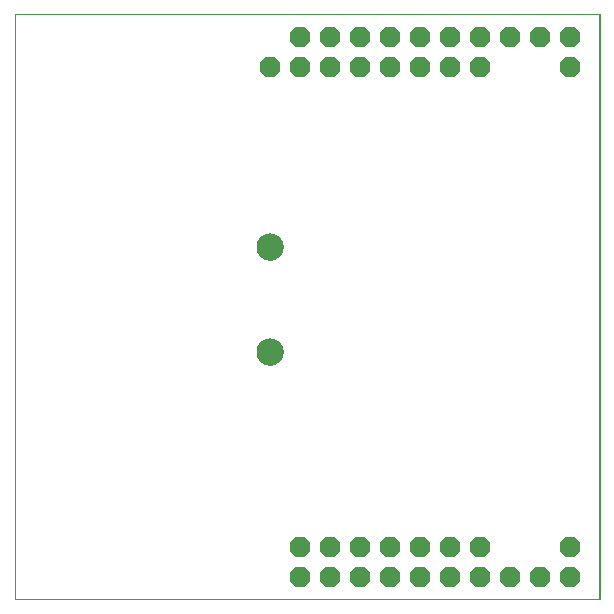
<source format=gbs>
G75*
G70*
%OFA0B0*%
%FSLAX24Y24*%
%IPPOS*%
%LPD*%
%AMOC8*
5,1,8,0,0,1.08239X$1,22.5*
%
%ADD10C,0.0000*%
%ADD11C,0.0906*%
%ADD12OC8,0.0670*%
D10*
X000500Y000750D02*
X020000Y000750D01*
X020000Y020250D01*
X000500Y020250D01*
X000500Y000750D01*
X000500Y020246D01*
X019994Y020246D01*
X019994Y000750D01*
X000500Y000750D01*
X008567Y009000D02*
X008569Y009041D01*
X008575Y009082D01*
X008585Y009122D01*
X008598Y009161D01*
X008615Y009198D01*
X008636Y009234D01*
X008660Y009268D01*
X008687Y009299D01*
X008716Y009327D01*
X008749Y009353D01*
X008783Y009375D01*
X008820Y009394D01*
X008858Y009409D01*
X008898Y009421D01*
X008938Y009429D01*
X008979Y009433D01*
X009021Y009433D01*
X009062Y009429D01*
X009102Y009421D01*
X009142Y009409D01*
X009180Y009394D01*
X009216Y009375D01*
X009251Y009353D01*
X009284Y009327D01*
X009313Y009299D01*
X009340Y009268D01*
X009364Y009234D01*
X009385Y009198D01*
X009402Y009161D01*
X009415Y009122D01*
X009425Y009082D01*
X009431Y009041D01*
X009433Y009000D01*
X009431Y008959D01*
X009425Y008918D01*
X009415Y008878D01*
X009402Y008839D01*
X009385Y008802D01*
X009364Y008766D01*
X009340Y008732D01*
X009313Y008701D01*
X009284Y008673D01*
X009251Y008647D01*
X009217Y008625D01*
X009180Y008606D01*
X009142Y008591D01*
X009102Y008579D01*
X009062Y008571D01*
X009021Y008567D01*
X008979Y008567D01*
X008938Y008571D01*
X008898Y008579D01*
X008858Y008591D01*
X008820Y008606D01*
X008784Y008625D01*
X008749Y008647D01*
X008716Y008673D01*
X008687Y008701D01*
X008660Y008732D01*
X008636Y008766D01*
X008615Y008802D01*
X008598Y008839D01*
X008585Y008878D01*
X008575Y008918D01*
X008569Y008959D01*
X008567Y009000D01*
X008567Y012500D02*
X008569Y012541D01*
X008575Y012582D01*
X008585Y012622D01*
X008598Y012661D01*
X008615Y012698D01*
X008636Y012734D01*
X008660Y012768D01*
X008687Y012799D01*
X008716Y012827D01*
X008749Y012853D01*
X008783Y012875D01*
X008820Y012894D01*
X008858Y012909D01*
X008898Y012921D01*
X008938Y012929D01*
X008979Y012933D01*
X009021Y012933D01*
X009062Y012929D01*
X009102Y012921D01*
X009142Y012909D01*
X009180Y012894D01*
X009216Y012875D01*
X009251Y012853D01*
X009284Y012827D01*
X009313Y012799D01*
X009340Y012768D01*
X009364Y012734D01*
X009385Y012698D01*
X009402Y012661D01*
X009415Y012622D01*
X009425Y012582D01*
X009431Y012541D01*
X009433Y012500D01*
X009431Y012459D01*
X009425Y012418D01*
X009415Y012378D01*
X009402Y012339D01*
X009385Y012302D01*
X009364Y012266D01*
X009340Y012232D01*
X009313Y012201D01*
X009284Y012173D01*
X009251Y012147D01*
X009217Y012125D01*
X009180Y012106D01*
X009142Y012091D01*
X009102Y012079D01*
X009062Y012071D01*
X009021Y012067D01*
X008979Y012067D01*
X008938Y012071D01*
X008898Y012079D01*
X008858Y012091D01*
X008820Y012106D01*
X008784Y012125D01*
X008749Y012147D01*
X008716Y012173D01*
X008687Y012201D01*
X008660Y012232D01*
X008636Y012266D01*
X008615Y012302D01*
X008598Y012339D01*
X008585Y012378D01*
X008575Y012418D01*
X008569Y012459D01*
X008567Y012500D01*
D11*
X009000Y012500D03*
X009000Y009000D03*
D12*
X010000Y002500D03*
X011000Y002500D03*
X012000Y002500D03*
X013000Y002500D03*
X014000Y002500D03*
X015000Y002500D03*
X016000Y002500D03*
X016000Y001500D03*
X015000Y001500D03*
X014000Y001500D03*
X013000Y001500D03*
X012000Y001500D03*
X011000Y001500D03*
X010000Y001500D03*
X017000Y001500D03*
X018000Y001500D03*
X019000Y001500D03*
X019000Y002500D03*
X019000Y018500D03*
X019000Y019500D03*
X018000Y019500D03*
X017000Y019500D03*
X016000Y019500D03*
X015000Y019500D03*
X014000Y019500D03*
X013000Y019500D03*
X012000Y019500D03*
X011000Y019500D03*
X010000Y019500D03*
X010000Y018500D03*
X009000Y018500D03*
X011000Y018500D03*
X012000Y018500D03*
X013000Y018500D03*
X014000Y018500D03*
X015000Y018500D03*
X016000Y018500D03*
M02*

</source>
